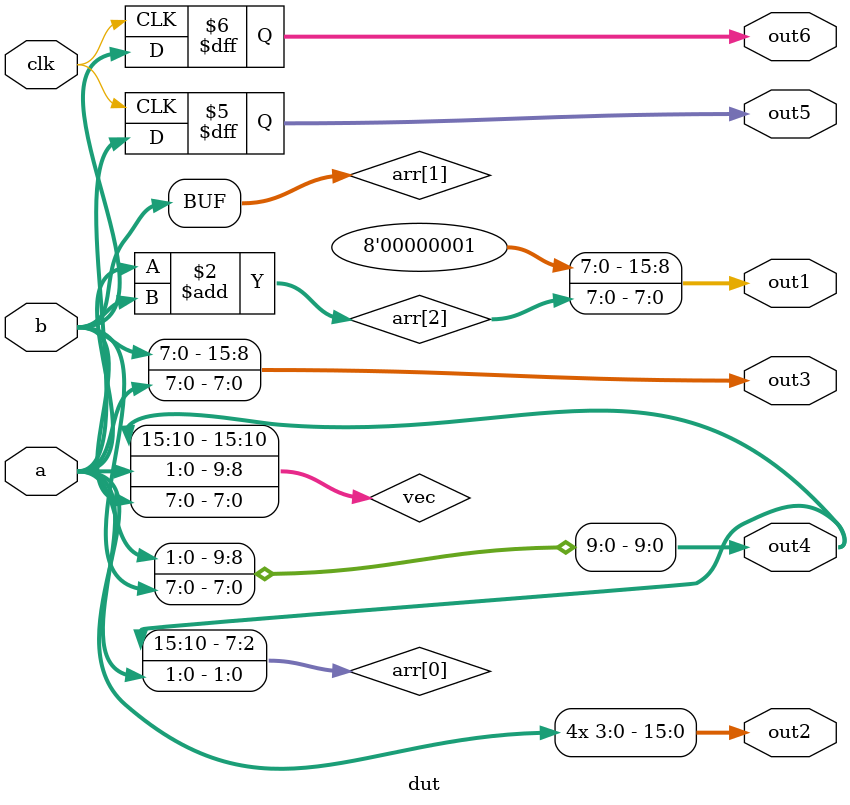
<source format=v>
module dut (
    input wire clk,
    input wire[7:0] a,
    input wire[7:0] b,
    output reg[15:0] out1,
    output reg[15:0] out2,
    output reg[15:0] out3,
    output reg[15:0] out4,
    output reg[7:0] out5,
    output reg[7:0] out6
);
    reg[7:0] arr[3:0];
    // 4x8位的数组
    reg[15:0] vec;
    // 16位的向量
    always @(*) begin
        arr[0][1:0] = a;
        arr[1] = b;
        arr[2] = a + b;
        arr[3] = a - b;
        vec = {arr[0], arr[1]};
        out1 = {{7'b0, 1'b1}, arr[2]};
        out2 = {4{a[3:0]}};
        out3 = {b, a};
        out4 = {vec[15:8], vec[7:0]};
    end

    always @(posedge clk)
        {out5, out6} <= {a, b};
endmodule

</source>
